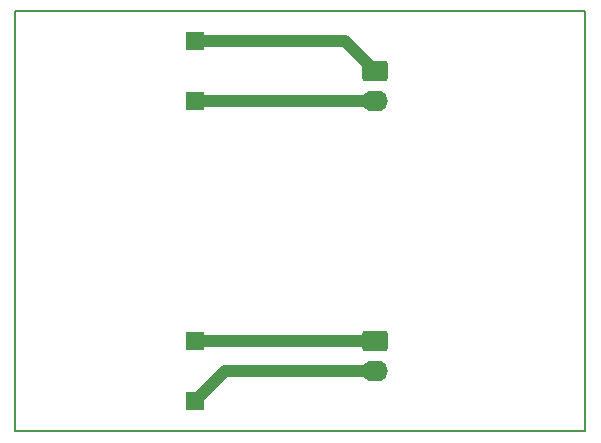
<source format=gbr>
%TF.GenerationSoftware,KiCad,Pcbnew,7.0.9*%
%TF.CreationDate,2023-11-16T11:26:24-06:00*%
%TF.ProjectId,bridge,62726964-6765-42e6-9b69-6361645f7063,D*%
%TF.SameCoordinates,Original*%
%TF.FileFunction,Copper,L2,Bot*%
%TF.FilePolarity,Positive*%
%FSLAX46Y46*%
G04 Gerber Fmt 4.6, Leading zero omitted, Abs format (unit mm)*
G04 Created by KiCad (PCBNEW 7.0.9) date 2023-11-16 11:26:24*
%MOMM*%
%LPD*%
G01*
G04 APERTURE LIST*
G04 Aperture macros list*
%AMRoundRect*
0 Rectangle with rounded corners*
0 $1 Rounding radius*
0 $2 $3 $4 $5 $6 $7 $8 $9 X,Y pos of 4 corners*
0 Add a 4 corners polygon primitive as box body*
4,1,4,$2,$3,$4,$5,$6,$7,$8,$9,$2,$3,0*
0 Add four circle primitives for the rounded corners*
1,1,$1+$1,$2,$3*
1,1,$1+$1,$4,$5*
1,1,$1+$1,$6,$7*
1,1,$1+$1,$8,$9*
0 Add four rect primitives between the rounded corners*
20,1,$1+$1,$2,$3,$4,$5,0*
20,1,$1+$1,$4,$5,$6,$7,0*
20,1,$1+$1,$6,$7,$8,$9,0*
20,1,$1+$1,$8,$9,$2,$3,0*%
G04 Aperture macros list end*
%TA.AperFunction,NonConductor*%
%ADD10C,0.200000*%
%TD*%
%TA.AperFunction,ComponentPad*%
%ADD11RoundRect,0.250000X-0.550000X-0.550000X0.550000X-0.550000X0.550000X0.550000X-0.550000X0.550000X0*%
%TD*%
%TA.AperFunction,ComponentPad*%
%ADD12RoundRect,0.250000X-0.845000X0.620000X-0.845000X-0.620000X0.845000X-0.620000X0.845000X0.620000X0*%
%TD*%
%TA.AperFunction,ComponentPad*%
%ADD13O,2.190000X1.740000*%
%TD*%
%TA.AperFunction,Conductor*%
%ADD14C,1.000000*%
%TD*%
G04 APERTURE END LIST*
D10*
X96520000Y-43180000D02*
X144780000Y-43180000D01*
X144780000Y-78740000D01*
X96520000Y-78740000D01*
X96520000Y-43180000D01*
D11*
%TO.P,J6,1,Pin_1*%
%TO.N,Net-(J3-Pad2)*%
X111760000Y-50800000D03*
%TD*%
%TO.P,J2,1,Pin_1*%
%TO.N,Net-(J4-Pad2)*%
X111760000Y-76200000D03*
%TD*%
%TO.P,J1,1,Pin_1*%
%TO.N,Net-(J4-Pad1)*%
X111760000Y-71120000D03*
%TD*%
D12*
%TO.P,J4,1,Pin_1*%
%TO.N,Net-(J4-Pad1)*%
X127000000Y-71120000D03*
D13*
%TO.P,J4,2,Pin_2*%
%TO.N,Net-(J4-Pad2)*%
X127000000Y-73660000D03*
%TD*%
D12*
%TO.P,J3,1,Pin_1*%
%TO.N,Net-(J3-Pad1)*%
X127000000Y-48260000D03*
D13*
%TO.P,J3,2,Pin_2*%
%TO.N,Net-(J3-Pad2)*%
X127000000Y-50800000D03*
%TD*%
D11*
%TO.P,J5,1,Pin_1*%
%TO.N,Net-(J3-Pad1)*%
X111760000Y-45720000D03*
%TD*%
D14*
%TO.N,Net-(J3-Pad1)*%
X111760000Y-45720000D02*
X124460000Y-45720000D01*
X124460000Y-45720000D02*
X127000000Y-48260000D01*
%TO.N,Net-(J3-Pad2)*%
X111760000Y-50800000D02*
X127000000Y-50800000D01*
%TO.N,Net-(J4-Pad1)*%
X111760000Y-71120000D02*
X127000000Y-71120000D01*
%TO.N,Net-(J4-Pad2)*%
X111760000Y-76200000D02*
X114300000Y-73660000D01*
X114300000Y-73660000D02*
X127000000Y-73660000D01*
%TD*%
M02*

</source>
